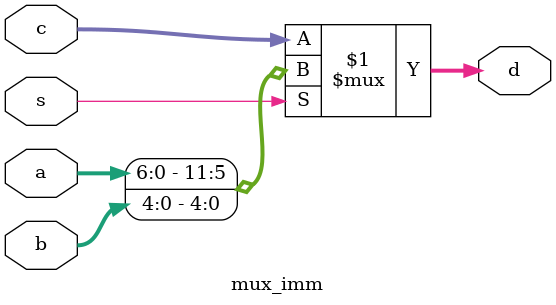
<source format=sv>
module mux_imm (
    input logic [6:0] a, // 7-bit input a
    input logic [4:0] b, // 5-bit input b
    input logic [11:0] c, // 12-bit input c
    input logic s, // Selector input
    output logic [11:0] d // 12-bit output
);

assign d = (s) ? {a, b} : c;

endmodule
</source>
